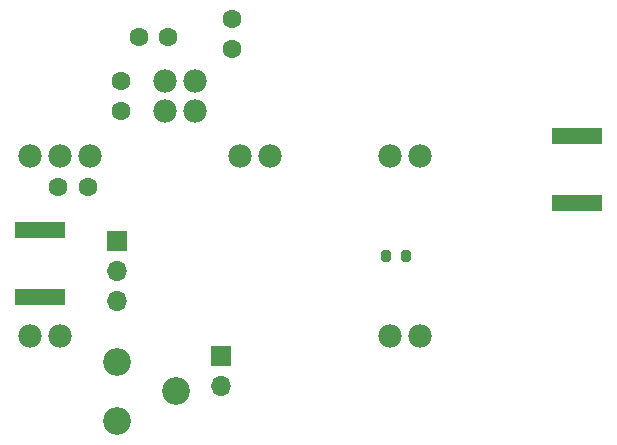
<source format=gbr>
%TF.GenerationSoftware,KiCad,Pcbnew,7.0.9*%
%TF.CreationDate,2024-08-27T22:02:00+02:00*%
%TF.ProjectId,Elektor,456c656b-746f-4722-9e6b-696361645f70,rev?*%
%TF.SameCoordinates,Original*%
%TF.FileFunction,Soldermask,Bot*%
%TF.FilePolarity,Negative*%
%FSLAX46Y46*%
G04 Gerber Fmt 4.6, Leading zero omitted, Abs format (unit mm)*
G04 Created by KiCad (PCBNEW 7.0.9) date 2024-08-27 22:02:00*
%MOMM*%
%LPD*%
G01*
G04 APERTURE LIST*
G04 Aperture macros list*
%AMRoundRect*
0 Rectangle with rounded corners*
0 $1 Rounding radius*
0 $2 $3 $4 $5 $6 $7 $8 $9 X,Y pos of 4 corners*
0 Add a 4 corners polygon primitive as box body*
4,1,4,$2,$3,$4,$5,$6,$7,$8,$9,$2,$3,0*
0 Add four circle primitives for the rounded corners*
1,1,$1+$1,$2,$3*
1,1,$1+$1,$4,$5*
1,1,$1+$1,$6,$7*
1,1,$1+$1,$8,$9*
0 Add four rect primitives between the rounded corners*
20,1,$1+$1,$2,$3,$4,$5,0*
20,1,$1+$1,$4,$5,$6,$7,0*
20,1,$1+$1,$6,$7,$8,$9,0*
20,1,$1+$1,$8,$9,$2,$3,0*%
G04 Aperture macros list end*
%ADD10C,2.340000*%
%ADD11C,1.600000*%
%ADD12R,4.200000X1.350000*%
%ADD13R,1.700000X1.700000*%
%ADD14O,1.700000X1.700000*%
%ADD15C,1.982000*%
%ADD16RoundRect,0.200000X-0.200000X-0.275000X0.200000X-0.275000X0.200000X0.275000X-0.200000X0.275000X0*%
G04 APERTURE END LIST*
D10*
%TO.C,RV1*%
X165750000Y-93500000D03*
X170750000Y-96000000D03*
X165750000Y-98500000D03*
%TD*%
D11*
%TO.C,C18*%
X166116000Y-72250000D03*
X166116000Y-69750000D03*
%TD*%
D12*
%TO.C,J1*%
X204750000Y-80075000D03*
X204750000Y-74425000D03*
%TD*%
D11*
%TO.C,C1*%
X163302000Y-78740000D03*
X160802000Y-78740000D03*
%TD*%
D13*
%TO.C,J8*%
X174600000Y-93000000D03*
D14*
X174600000Y-95540000D03*
%TD*%
D13*
%TO.C,J6*%
X165800000Y-83275000D03*
D14*
X165800000Y-85815000D03*
X165800000Y-88355000D03*
%TD*%
D11*
%TO.C,C14*%
X175514000Y-64536000D03*
X175514000Y-67036000D03*
%TD*%
%TO.C,C8*%
X170100000Y-66040000D03*
X167600000Y-66040000D03*
%TD*%
D15*
%TO.C,U6*%
X160970000Y-91300000D03*
X163510000Y-76060000D03*
X158430000Y-76060000D03*
X188910000Y-91300000D03*
X191450000Y-91300000D03*
X191450000Y-76060000D03*
X188910000Y-76060000D03*
X178750000Y-76060000D03*
X176210000Y-76060000D03*
X160970000Y-76060000D03*
X158430000Y-91300000D03*
X169860000Y-69710000D03*
X172400000Y-69710000D03*
X169860000Y-72250000D03*
X172400000Y-72250000D03*
%TD*%
D12*
%TO.C,J13*%
X159200000Y-82350000D03*
X159200000Y-88000000D03*
%TD*%
D16*
%TO.C,R19*%
X188550000Y-84600000D03*
X190200000Y-84600000D03*
%TD*%
M02*

</source>
